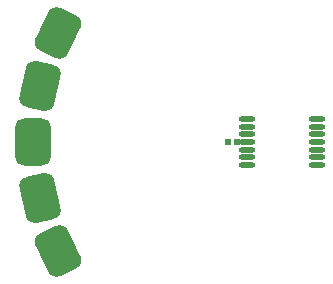
<source format=gbp>
G04*
G04 #@! TF.GenerationSoftware,Altium Limited,Altium Designer,21.5.1 (32)*
G04*
G04 Layer_Color=128*
%FSLAX25Y25*%
%MOIN*%
G70*
G04*
G04 #@! TF.SameCoordinates,9F226A22-D70E-441E-867E-09538FDFB880*
G04*
G04*
G04 #@! TF.FilePolarity,Positive*
G04*
G01*
G75*
G04:AMPARAMS|DCode=21|XSize=21.26mil|YSize=22.84mil|CornerRadius=5.32mil|HoleSize=0mil|Usage=FLASHONLY|Rotation=270.000|XOffset=0mil|YOffset=0mil|HoleType=Round|Shape=RoundedRectangle|*
%AMROUNDEDRECTD21*
21,1,0.02126,0.01221,0,0,270.0*
21,1,0.01063,0.02284,0,0,270.0*
1,1,0.01063,-0.00610,-0.00532*
1,1,0.01063,-0.00610,0.00532*
1,1,0.01063,0.00610,0.00532*
1,1,0.01063,0.00610,-0.00532*
%
%ADD21ROUNDEDRECTD21*%
G04:AMPARAMS|DCode=40|XSize=157.48mil|YSize=118.11mil|CornerRadius=29.53mil|HoleSize=0mil|Usage=FLASHONLY|Rotation=244.000|XOffset=0mil|YOffset=0mil|HoleType=Round|Shape=RoundedRectangle|*
%AMROUNDEDRECTD40*
21,1,0.15748,0.05906,0,0,244.0*
21,1,0.09843,0.11811,0,0,244.0*
1,1,0.05906,-0.04811,-0.03129*
1,1,0.05906,-0.00497,0.05718*
1,1,0.05906,0.04811,0.03129*
1,1,0.05906,0.00497,-0.05718*
%
%ADD40ROUNDEDRECTD40*%
G04:AMPARAMS|DCode=41|XSize=157.48mil|YSize=118.11mil|CornerRadius=29.53mil|HoleSize=0mil|Usage=FLASHONLY|Rotation=257.000|XOffset=0mil|YOffset=0mil|HoleType=Round|Shape=RoundedRectangle|*
%AMROUNDEDRECTD41*
21,1,0.15748,0.05906,0,0,257.0*
21,1,0.09843,0.11811,0,0,257.0*
1,1,0.05906,-0.03984,-0.04131*
1,1,0.05906,-0.01770,0.05459*
1,1,0.05906,0.03984,0.04131*
1,1,0.05906,0.01770,-0.05459*
%
%ADD41ROUNDEDRECTD41*%
G04:AMPARAMS|DCode=42|XSize=157.48mil|YSize=118.11mil|CornerRadius=29.53mil|HoleSize=0mil|Usage=FLASHONLY|Rotation=270.000|XOffset=0mil|YOffset=0mil|HoleType=Round|Shape=RoundedRectangle|*
%AMROUNDEDRECTD42*
21,1,0.15748,0.05906,0,0,270.0*
21,1,0.09843,0.11811,0,0,270.0*
1,1,0.05906,-0.02953,-0.04921*
1,1,0.05906,-0.02953,0.04921*
1,1,0.05906,0.02953,0.04921*
1,1,0.05906,0.02953,-0.04921*
%
%ADD42ROUNDEDRECTD42*%
G04:AMPARAMS|DCode=43|XSize=157.48mil|YSize=118.11mil|CornerRadius=29.53mil|HoleSize=0mil|Usage=FLASHONLY|Rotation=283.000|XOffset=0mil|YOffset=0mil|HoleType=Round|Shape=RoundedRectangle|*
%AMROUNDEDRECTD43*
21,1,0.15748,0.05906,0,0,283.0*
21,1,0.09843,0.11811,0,0,283.0*
1,1,0.05906,-0.01770,-0.05459*
1,1,0.05906,-0.03984,0.04131*
1,1,0.05906,0.01770,0.05459*
1,1,0.05906,0.03984,-0.04131*
%
%ADD43ROUNDEDRECTD43*%
G04:AMPARAMS|DCode=44|XSize=157.48mil|YSize=118.11mil|CornerRadius=29.53mil|HoleSize=0mil|Usage=FLASHONLY|Rotation=296.000|XOffset=0mil|YOffset=0mil|HoleType=Round|Shape=RoundedRectangle|*
%AMROUNDEDRECTD44*
21,1,0.15748,0.05906,0,0,296.0*
21,1,0.09843,0.11811,0,0,296.0*
1,1,0.05906,-0.00497,-0.05718*
1,1,0.05906,-0.04811,0.03129*
1,1,0.05906,0.00497,0.05718*
1,1,0.05906,0.04811,-0.03129*
%
%ADD44ROUNDEDRECTD44*%
%ADD96O,0.05512X0.01772*%
D21*
X-14965Y0D02*
D03*
X-18035D02*
D03*
D40*
X-74600Y36385D02*
D03*
D41*
X-80873Y18671D02*
D03*
D42*
X-83000Y0D02*
D03*
D43*
X-80873Y-18671D02*
D03*
D44*
X-74600Y-36385D02*
D03*
D96*
X11614Y7677D02*
D03*
Y5118D02*
D03*
Y2559D02*
D03*
Y0D02*
D03*
Y-2559D02*
D03*
Y-5118D02*
D03*
Y-7677D02*
D03*
X-11614Y7677D02*
D03*
Y5118D02*
D03*
Y2559D02*
D03*
Y0D02*
D03*
Y-2559D02*
D03*
Y-5118D02*
D03*
Y-7677D02*
D03*
M02*

</source>
